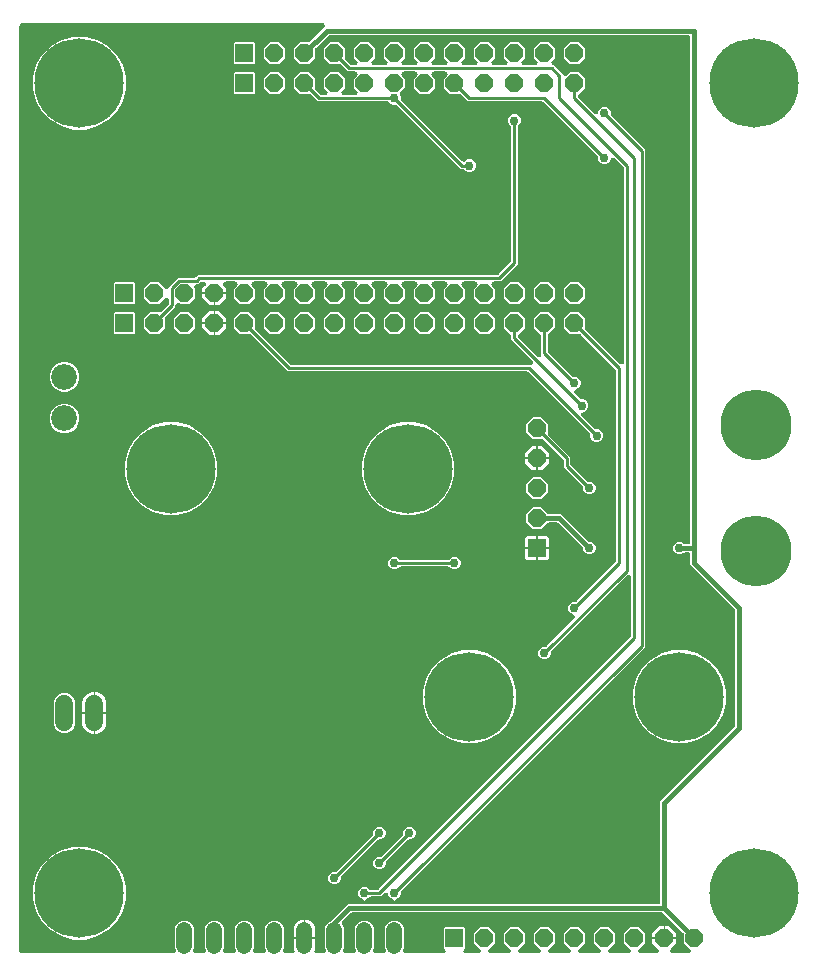
<source format=gbr>
G04 EAGLE Gerber RS-274X export*
G75*
%MOMM*%
%FSLAX34Y34*%
%LPD*%
%INBottom Copper*%
%IPPOS*%
%AMOC8*
5,1,8,0,0,1.08239X$1,22.5*%
G01*
G04 Define Apertures*
%ADD10R,1.524000X1.524000*%
%ADD11P,1.64956X8X22.5*%
%ADD12C,2.184400*%
%ADD13P,1.64956X8X112.5*%
%ADD14C,1.320800*%
%ADD15C,7.550000*%
%ADD16C,1.524000*%
%ADD17C,6.000000*%
%ADD18C,0.756400*%
%ADD19C,0.254000*%
%ADD20C,0.406400*%
G36*
X143879Y12861D02*
X144546Y13318D01*
X144982Y14000D01*
X145117Y14797D01*
X144964Y15510D01*
X144272Y17179D01*
X144272Y33621D01*
X145509Y36608D01*
X147796Y38895D01*
X150783Y40132D01*
X154017Y40132D01*
X157004Y38895D01*
X159291Y36608D01*
X160528Y33621D01*
X160528Y17179D01*
X159836Y15510D01*
X159682Y14716D01*
X159849Y13925D01*
X160312Y13261D01*
X160996Y12831D01*
X161714Y12700D01*
X168486Y12700D01*
X169279Y12861D01*
X169946Y13318D01*
X170382Y14000D01*
X170517Y14797D01*
X170364Y15510D01*
X169672Y17179D01*
X169672Y33621D01*
X170909Y36608D01*
X173196Y38895D01*
X176183Y40132D01*
X179417Y40132D01*
X182404Y38895D01*
X184691Y36608D01*
X185928Y33621D01*
X185928Y17179D01*
X185236Y15510D01*
X185082Y14716D01*
X185249Y13925D01*
X185712Y13261D01*
X186396Y12831D01*
X187114Y12700D01*
X193886Y12700D01*
X194679Y12861D01*
X195346Y13318D01*
X195782Y14000D01*
X195917Y14797D01*
X195764Y15510D01*
X195072Y17179D01*
X195072Y33621D01*
X196309Y36608D01*
X198596Y38895D01*
X201583Y40132D01*
X204817Y40132D01*
X207804Y38895D01*
X210091Y36608D01*
X211328Y33621D01*
X211328Y17179D01*
X210636Y15510D01*
X210482Y14716D01*
X210649Y13925D01*
X211112Y13261D01*
X211796Y12831D01*
X212514Y12700D01*
X219286Y12700D01*
X220079Y12861D01*
X220746Y13318D01*
X221182Y14000D01*
X221317Y14797D01*
X221164Y15510D01*
X220472Y17179D01*
X220472Y33621D01*
X221709Y36608D01*
X223996Y38895D01*
X226983Y40132D01*
X230217Y40132D01*
X233204Y38895D01*
X235491Y36608D01*
X236728Y33621D01*
X236728Y17179D01*
X236036Y15510D01*
X235882Y14716D01*
X236049Y13925D01*
X236512Y13261D01*
X237196Y12831D01*
X237914Y12700D01*
X243587Y12700D01*
X244379Y12861D01*
X245046Y13318D01*
X245482Y14000D01*
X245618Y14797D01*
X245464Y15510D01*
X244856Y16977D01*
X244856Y24638D01*
X263144Y24638D01*
X263144Y16977D01*
X262536Y15510D01*
X262382Y14716D01*
X262549Y13925D01*
X263011Y13261D01*
X263696Y12831D01*
X264413Y12700D01*
X270086Y12700D01*
X270879Y12861D01*
X271546Y13318D01*
X271982Y14000D01*
X272117Y14797D01*
X271964Y15510D01*
X271272Y17179D01*
X271272Y33621D01*
X272509Y36608D01*
X274796Y38895D01*
X275054Y39001D01*
X275713Y39442D01*
X290627Y54356D01*
X302795Y54356D01*
X303587Y54517D01*
X304254Y54974D01*
X304690Y55656D01*
X304793Y56257D01*
X304954Y55551D01*
X305427Y54895D01*
X306118Y54476D01*
X306805Y54356D01*
X328195Y54356D01*
X328987Y54517D01*
X329654Y54974D01*
X330090Y55656D01*
X330193Y56257D01*
X330354Y55551D01*
X330827Y54895D01*
X331518Y54476D01*
X332205Y54356D01*
X553212Y54356D01*
X554005Y54517D01*
X554672Y54974D01*
X555107Y55656D01*
X555244Y56388D01*
X555244Y141173D01*
X618149Y204078D01*
X618595Y204752D01*
X618744Y205515D01*
X618744Y302485D01*
X618583Y303278D01*
X618149Y303922D01*
X580644Y341427D01*
X580644Y350012D01*
X580483Y350805D01*
X580026Y351472D01*
X579345Y351907D01*
X578612Y352044D01*
X576290Y352044D01*
X575497Y351883D01*
X574853Y351449D01*
X574506Y351102D01*
X572555Y350294D01*
X570445Y350294D01*
X568494Y351102D01*
X567002Y352594D01*
X566194Y354545D01*
X566194Y356655D01*
X567002Y358606D01*
X568494Y360098D01*
X570445Y360906D01*
X572555Y360906D01*
X574506Y360098D01*
X574853Y359751D01*
X575527Y359305D01*
X576290Y359156D01*
X578612Y359156D01*
X579405Y359317D01*
X580072Y359774D01*
X580507Y360456D01*
X580644Y361188D01*
X580644Y788162D01*
X580483Y788955D01*
X580026Y789622D01*
X579345Y790057D01*
X578612Y790194D01*
X275365Y790194D01*
X274572Y790033D01*
X273928Y789599D01*
X263739Y779410D01*
X263293Y778736D01*
X263144Y777973D01*
X263144Y770912D01*
X257788Y765556D01*
X250212Y765556D01*
X244856Y770912D01*
X244856Y778488D01*
X250212Y783844D01*
X257273Y783844D01*
X258066Y784005D01*
X258710Y784439D01*
X270902Y796631D01*
X271349Y797305D01*
X271497Y798100D01*
X271324Y798890D01*
X270856Y799550D01*
X270168Y799975D01*
X269465Y800100D01*
X14732Y800100D01*
X13939Y799939D01*
X13272Y799482D01*
X12837Y798801D01*
X12700Y798068D01*
X12700Y14732D01*
X12861Y13939D01*
X13318Y13272D01*
X14000Y12837D01*
X14732Y12700D01*
X143086Y12700D01*
X143879Y12861D01*
G37*
%LPC*%
G36*
X58329Y710026D02*
X48341Y712702D01*
X39385Y717873D01*
X32073Y725185D01*
X26902Y734141D01*
X24226Y744129D01*
X24226Y754471D01*
X26902Y764459D01*
X32073Y773415D01*
X39385Y780727D01*
X48341Y785898D01*
X58329Y788574D01*
X68671Y788574D01*
X78659Y785898D01*
X87615Y780727D01*
X94927Y773415D01*
X100098Y764459D01*
X102774Y754471D01*
X102774Y744129D01*
X100098Y734141D01*
X94927Y725185D01*
X87615Y717873D01*
X78659Y712702D01*
X68671Y710026D01*
X58329Y710026D01*
G37*
G36*
X330040Y57240D02*
X329561Y57892D01*
X328972Y58265D01*
X327194Y59002D01*
X325702Y60494D01*
X324740Y62816D01*
X324288Y63486D01*
X323611Y63927D01*
X322814Y64069D01*
X322026Y63890D01*
X321426Y63475D01*
X318657Y60706D01*
X310352Y60706D01*
X309559Y60545D01*
X308915Y60111D01*
X307806Y59002D01*
X306028Y58265D01*
X305357Y57813D01*
X304916Y57136D01*
X304808Y56529D01*
X304640Y57240D01*
X304161Y57892D01*
X303572Y58265D01*
X301794Y59002D01*
X300302Y60494D01*
X299494Y62445D01*
X299494Y64555D01*
X300302Y66506D01*
X301794Y67998D01*
X303745Y68806D01*
X305855Y68806D01*
X307806Y67998D01*
X308915Y66889D01*
X309589Y66443D01*
X310352Y66294D01*
X315501Y66294D01*
X316294Y66455D01*
X316938Y66889D01*
X530011Y279962D01*
X530457Y280636D01*
X530606Y281399D01*
X530606Y331249D01*
X530445Y332042D01*
X529988Y332709D01*
X529307Y333144D01*
X528509Y333280D01*
X527722Y333094D01*
X527137Y332686D01*
X463101Y268650D01*
X462655Y267976D01*
X462506Y267213D01*
X462506Y265645D01*
X461698Y263694D01*
X460206Y262202D01*
X458255Y261394D01*
X456145Y261394D01*
X454194Y262202D01*
X452702Y263694D01*
X451894Y265645D01*
X451894Y267755D01*
X452702Y269706D01*
X454194Y271198D01*
X456145Y272006D01*
X457713Y272006D01*
X458506Y272167D01*
X459150Y272601D01*
X482575Y296026D01*
X483021Y296700D01*
X483170Y297495D01*
X482996Y298285D01*
X482528Y298945D01*
X481916Y299340D01*
X479594Y300302D01*
X478102Y301794D01*
X477294Y303745D01*
X477294Y305855D01*
X478102Y307806D01*
X479594Y309298D01*
X481545Y310106D01*
X483113Y310106D01*
X483906Y310267D01*
X484550Y310701D01*
X517311Y343462D01*
X517757Y344136D01*
X517906Y344899D01*
X517906Y506001D01*
X517745Y506794D01*
X517311Y507438D01*
X488388Y536361D01*
X487714Y536807D01*
X486951Y536956D01*
X478812Y536956D01*
X473456Y542312D01*
X473456Y549888D01*
X478812Y555244D01*
X486388Y555244D01*
X491744Y549888D01*
X491744Y541749D01*
X491905Y540956D01*
X492339Y540312D01*
X520787Y511864D01*
X521461Y511418D01*
X522256Y511269D01*
X523046Y511443D01*
X523706Y511911D01*
X524131Y512599D01*
X524256Y513301D01*
X524256Y677451D01*
X524095Y678244D01*
X523661Y678888D01*
X516774Y685775D01*
X516100Y686221D01*
X515305Y686370D01*
X514515Y686196D01*
X513855Y685728D01*
X513460Y685116D01*
X512498Y682794D01*
X511006Y681302D01*
X509055Y680494D01*
X506945Y680494D01*
X504994Y681302D01*
X503502Y682794D01*
X502694Y684745D01*
X502694Y686313D01*
X502533Y687106D01*
X502099Y687750D01*
X456638Y733211D01*
X455964Y733657D01*
X455201Y733806D01*
X392543Y733806D01*
X386788Y739561D01*
X386114Y740007D01*
X385351Y740156D01*
X377212Y740156D01*
X371856Y745512D01*
X371856Y753088D01*
X374506Y755737D01*
X374952Y756411D01*
X375101Y757206D01*
X374927Y757996D01*
X374459Y758656D01*
X373771Y759081D01*
X373069Y759206D01*
X363531Y759206D01*
X362739Y759045D01*
X362072Y758588D01*
X361636Y757907D01*
X361500Y757109D01*
X361686Y756322D01*
X362094Y755737D01*
X364744Y753088D01*
X364744Y745512D01*
X359388Y740156D01*
X351812Y740156D01*
X346456Y745512D01*
X346456Y753088D01*
X349106Y755737D01*
X349552Y756411D01*
X349701Y757206D01*
X349527Y757996D01*
X349059Y758656D01*
X348371Y759081D01*
X347669Y759206D01*
X338131Y759206D01*
X337339Y759045D01*
X336672Y758588D01*
X336236Y757907D01*
X336100Y757109D01*
X336286Y756322D01*
X336694Y755737D01*
X339344Y753088D01*
X339344Y745512D01*
X335223Y741391D01*
X334776Y740717D01*
X334628Y739922D01*
X334782Y739177D01*
X335506Y737429D01*
X335506Y736087D01*
X335667Y735294D01*
X336101Y734650D01*
X387312Y683439D01*
X387986Y682993D01*
X388781Y682845D01*
X389571Y683018D01*
X390186Y683439D01*
X390694Y683948D01*
X392645Y684756D01*
X394755Y684756D01*
X396706Y683948D01*
X398198Y682456D01*
X399006Y680505D01*
X399006Y678395D01*
X398198Y676444D01*
X396706Y674952D01*
X394755Y674144D01*
X392645Y674144D01*
X390694Y674952D01*
X389585Y676061D01*
X388911Y676507D01*
X388149Y676656D01*
X386193Y676656D01*
X332376Y730473D01*
X331702Y730919D01*
X330939Y731068D01*
X329145Y731068D01*
X327194Y731876D01*
X325859Y733211D01*
X325185Y733657D01*
X324423Y733806D01*
X265543Y733806D01*
X259788Y739561D01*
X259114Y740007D01*
X258351Y740156D01*
X250212Y740156D01*
X244856Y745512D01*
X244856Y753088D01*
X250212Y758444D01*
X257788Y758444D01*
X263144Y753088D01*
X263144Y744949D01*
X263305Y744156D01*
X263739Y743512D01*
X267262Y739989D01*
X267936Y739543D01*
X268699Y739394D01*
X271469Y739394D01*
X272261Y739555D01*
X272928Y740012D01*
X273364Y740694D01*
X273500Y741491D01*
X273314Y742278D01*
X272906Y742863D01*
X270256Y745512D01*
X270256Y753088D01*
X275612Y758444D01*
X283188Y758444D01*
X288544Y753088D01*
X288544Y745512D01*
X285894Y742863D01*
X285448Y742189D01*
X285300Y741394D01*
X285473Y740604D01*
X285941Y739944D01*
X286629Y739519D01*
X287331Y739394D01*
X296869Y739394D01*
X297661Y739555D01*
X298328Y740012D01*
X298764Y740694D01*
X298900Y741491D01*
X298714Y742278D01*
X298306Y742863D01*
X295656Y745512D01*
X295656Y753088D01*
X298306Y755737D01*
X298752Y756411D01*
X298901Y757206D01*
X298727Y757996D01*
X298259Y758656D01*
X297571Y759081D01*
X296869Y759206D01*
X290943Y759206D01*
X285188Y764961D01*
X284514Y765407D01*
X283751Y765556D01*
X275612Y765556D01*
X270256Y770912D01*
X270256Y778488D01*
X275612Y783844D01*
X283188Y783844D01*
X288544Y778488D01*
X288544Y770349D01*
X288705Y769556D01*
X289139Y768912D01*
X292662Y765389D01*
X293336Y764943D01*
X294099Y764794D01*
X296869Y764794D01*
X297661Y764955D01*
X298328Y765412D01*
X298764Y766094D01*
X298900Y766891D01*
X298714Y767678D01*
X298306Y768263D01*
X295656Y770912D01*
X295656Y778488D01*
X301012Y783844D01*
X308588Y783844D01*
X313944Y778488D01*
X313944Y770912D01*
X311294Y768263D01*
X310848Y767589D01*
X310700Y766794D01*
X310873Y766004D01*
X311341Y765344D01*
X312029Y764919D01*
X312731Y764794D01*
X322269Y764794D01*
X323061Y764955D01*
X323728Y765412D01*
X324164Y766094D01*
X324300Y766891D01*
X324114Y767678D01*
X323706Y768263D01*
X321056Y770912D01*
X321056Y778488D01*
X326412Y783844D01*
X333988Y783844D01*
X339344Y778488D01*
X339344Y770912D01*
X336694Y768263D01*
X336248Y767589D01*
X336100Y766794D01*
X336273Y766004D01*
X336741Y765344D01*
X337429Y764919D01*
X338131Y764794D01*
X347669Y764794D01*
X348461Y764955D01*
X349128Y765412D01*
X349564Y766094D01*
X349700Y766891D01*
X349514Y767678D01*
X349106Y768263D01*
X346456Y770912D01*
X346456Y778488D01*
X351812Y783844D01*
X359388Y783844D01*
X364744Y778488D01*
X364744Y770912D01*
X362094Y768263D01*
X361648Y767589D01*
X361500Y766794D01*
X361673Y766004D01*
X362141Y765344D01*
X362829Y764919D01*
X363531Y764794D01*
X373069Y764794D01*
X373861Y764955D01*
X374528Y765412D01*
X374964Y766094D01*
X375100Y766891D01*
X374914Y767678D01*
X374506Y768263D01*
X371856Y770912D01*
X371856Y778488D01*
X377212Y783844D01*
X384788Y783844D01*
X390144Y778488D01*
X390144Y770912D01*
X387494Y768263D01*
X387048Y767589D01*
X386900Y766794D01*
X387073Y766004D01*
X387541Y765344D01*
X388229Y764919D01*
X388931Y764794D01*
X398469Y764794D01*
X399261Y764955D01*
X399928Y765412D01*
X400364Y766094D01*
X400500Y766891D01*
X400314Y767678D01*
X399906Y768263D01*
X397256Y770912D01*
X397256Y778488D01*
X402612Y783844D01*
X410188Y783844D01*
X415544Y778488D01*
X415544Y770912D01*
X412894Y768263D01*
X412448Y767589D01*
X412300Y766794D01*
X412473Y766004D01*
X412941Y765344D01*
X413629Y764919D01*
X414331Y764794D01*
X423869Y764794D01*
X424661Y764955D01*
X425328Y765412D01*
X425764Y766094D01*
X425900Y766891D01*
X425714Y767678D01*
X425306Y768263D01*
X422656Y770912D01*
X422656Y778488D01*
X428012Y783844D01*
X435588Y783844D01*
X440944Y778488D01*
X440944Y770912D01*
X438294Y768263D01*
X437848Y767589D01*
X437700Y766794D01*
X437873Y766004D01*
X438341Y765344D01*
X439029Y764919D01*
X439731Y764794D01*
X449269Y764794D01*
X450061Y764955D01*
X450728Y765412D01*
X451164Y766094D01*
X451300Y766891D01*
X451114Y767678D01*
X450706Y768263D01*
X448056Y770912D01*
X448056Y778488D01*
X453412Y783844D01*
X460988Y783844D01*
X466344Y778488D01*
X466344Y770912D01*
X463694Y768263D01*
X463248Y767589D01*
X463100Y766794D01*
X463273Y766004D01*
X463741Y765344D01*
X464429Y764919D01*
X464615Y764886D01*
X472802Y756699D01*
X472855Y756439D01*
X473312Y755772D01*
X473994Y755336D01*
X474791Y755200D01*
X475578Y755386D01*
X476163Y755794D01*
X478812Y758444D01*
X486388Y758444D01*
X491744Y753088D01*
X491744Y745512D01*
X486128Y739897D01*
X485682Y739223D01*
X485533Y738427D01*
X485707Y737638D01*
X486128Y737023D01*
X499226Y723925D01*
X499900Y723479D01*
X500695Y723330D01*
X501485Y723504D01*
X502145Y723972D01*
X502540Y724584D01*
X503502Y726906D01*
X504994Y728398D01*
X506945Y729206D01*
X509055Y729206D01*
X511006Y728398D01*
X512498Y726906D01*
X513306Y724955D01*
X513306Y723387D01*
X513467Y722594D01*
X513901Y721950D01*
X542544Y693307D01*
X542544Y271893D01*
X336101Y65450D01*
X335655Y64776D01*
X335506Y64013D01*
X335506Y62445D01*
X334698Y60494D01*
X333206Y59002D01*
X331428Y58265D01*
X330757Y57813D01*
X330316Y57136D01*
X330208Y56529D01*
X330040Y57240D01*
G37*
G36*
X224812Y765556D02*
X219456Y770912D01*
X219456Y778488D01*
X224812Y783844D01*
X232388Y783844D01*
X237744Y778488D01*
X237744Y770912D01*
X232388Y765556D01*
X224812Y765556D01*
G37*
G36*
X194949Y765556D02*
X194056Y766449D01*
X194056Y782951D01*
X194949Y783844D01*
X211451Y783844D01*
X212344Y782951D01*
X212344Y766449D01*
X211451Y765556D01*
X194949Y765556D01*
G37*
G36*
X478812Y765556D02*
X473456Y770912D01*
X473456Y778488D01*
X478812Y783844D01*
X486388Y783844D01*
X491744Y778488D01*
X491744Y770912D01*
X486388Y765556D01*
X478812Y765556D01*
G37*
G36*
X224812Y740156D02*
X219456Y745512D01*
X219456Y753088D01*
X224812Y758444D01*
X232388Y758444D01*
X237744Y753088D01*
X237744Y745512D01*
X232388Y740156D01*
X224812Y740156D01*
G37*
G36*
X194949Y740156D02*
X194056Y741049D01*
X194056Y757551D01*
X194949Y758444D01*
X211451Y758444D01*
X212344Y757551D01*
X212344Y741049D01*
X211451Y740156D01*
X194949Y740156D01*
G37*
G36*
X123212Y536956D02*
X117856Y542312D01*
X117856Y549888D01*
X123212Y555244D01*
X131351Y555244D01*
X132144Y555405D01*
X132788Y555839D01*
X138597Y561648D01*
X139043Y562322D01*
X139192Y563085D01*
X139192Y565855D01*
X139031Y566647D01*
X138574Y567314D01*
X137893Y567750D01*
X137095Y567886D01*
X136308Y567700D01*
X135723Y567292D01*
X130788Y562356D01*
X123212Y562356D01*
X117856Y567712D01*
X117856Y575288D01*
X123212Y580644D01*
X130788Y580644D01*
X135723Y575708D01*
X136397Y575262D01*
X137192Y575114D01*
X137982Y575287D01*
X138642Y575755D01*
X139067Y576443D01*
X139154Y576933D01*
X146929Y584708D01*
X160815Y584708D01*
X161608Y584869D01*
X162252Y585303D01*
X163943Y586994D01*
X417101Y586994D01*
X417894Y587155D01*
X418538Y587589D01*
X428411Y597462D01*
X428857Y598136D01*
X429006Y598899D01*
X429006Y711999D01*
X428845Y712791D01*
X428411Y713435D01*
X427302Y714544D01*
X426494Y716495D01*
X426494Y718605D01*
X427302Y720556D01*
X428794Y722048D01*
X430745Y722856D01*
X432855Y722856D01*
X434806Y722048D01*
X436298Y720556D01*
X437106Y718605D01*
X437106Y716495D01*
X436298Y714544D01*
X435189Y713435D01*
X434743Y712761D01*
X434594Y711999D01*
X434594Y595743D01*
X420257Y581406D01*
X414331Y581406D01*
X413539Y581245D01*
X412872Y580788D01*
X412436Y580107D01*
X412300Y579309D01*
X412486Y578522D01*
X412894Y577937D01*
X415544Y575288D01*
X415544Y567712D01*
X410188Y562356D01*
X402612Y562356D01*
X397256Y567712D01*
X397256Y575288D01*
X399906Y577937D01*
X400352Y578611D01*
X400501Y579406D01*
X400327Y580196D01*
X399859Y580856D01*
X399171Y581281D01*
X398469Y581406D01*
X388931Y581406D01*
X388139Y581245D01*
X387472Y580788D01*
X387036Y580107D01*
X386900Y579309D01*
X387086Y578522D01*
X387494Y577937D01*
X390144Y575288D01*
X390144Y567712D01*
X384788Y562356D01*
X377212Y562356D01*
X371856Y567712D01*
X371856Y575288D01*
X374506Y577937D01*
X374952Y578611D01*
X375101Y579406D01*
X374927Y580196D01*
X374459Y580856D01*
X373771Y581281D01*
X373069Y581406D01*
X363531Y581406D01*
X362739Y581245D01*
X362072Y580788D01*
X361636Y580107D01*
X361500Y579309D01*
X361686Y578522D01*
X362094Y577937D01*
X364744Y575288D01*
X364744Y567712D01*
X359388Y562356D01*
X351812Y562356D01*
X346456Y567712D01*
X346456Y575288D01*
X349106Y577937D01*
X349552Y578611D01*
X349701Y579406D01*
X349527Y580196D01*
X349059Y580856D01*
X348371Y581281D01*
X347669Y581406D01*
X338131Y581406D01*
X337339Y581245D01*
X336672Y580788D01*
X336236Y580107D01*
X336100Y579309D01*
X336286Y578522D01*
X336694Y577937D01*
X339344Y575288D01*
X339344Y567712D01*
X333988Y562356D01*
X326412Y562356D01*
X321056Y567712D01*
X321056Y575288D01*
X323706Y577937D01*
X324152Y578611D01*
X324301Y579406D01*
X324127Y580196D01*
X323659Y580856D01*
X322971Y581281D01*
X322269Y581406D01*
X312731Y581406D01*
X311939Y581245D01*
X311272Y580788D01*
X310836Y580107D01*
X310700Y579309D01*
X310886Y578522D01*
X311294Y577937D01*
X313944Y575288D01*
X313944Y567712D01*
X308588Y562356D01*
X301012Y562356D01*
X295656Y567712D01*
X295656Y575288D01*
X298306Y577937D01*
X298752Y578611D01*
X298901Y579406D01*
X298727Y580196D01*
X298259Y580856D01*
X297571Y581281D01*
X296869Y581406D01*
X287331Y581406D01*
X286539Y581245D01*
X285872Y580788D01*
X285436Y580107D01*
X285300Y579309D01*
X285486Y578522D01*
X285894Y577937D01*
X288544Y575288D01*
X288544Y567712D01*
X283188Y562356D01*
X275612Y562356D01*
X270256Y567712D01*
X270256Y575288D01*
X272906Y577937D01*
X273352Y578611D01*
X273501Y579406D01*
X273327Y580196D01*
X272859Y580856D01*
X272171Y581281D01*
X271469Y581406D01*
X261931Y581406D01*
X261139Y581245D01*
X260472Y580788D01*
X260036Y580107D01*
X259900Y579309D01*
X260086Y578522D01*
X260494Y577937D01*
X263144Y575288D01*
X263144Y567712D01*
X257788Y562356D01*
X250212Y562356D01*
X244856Y567712D01*
X244856Y575288D01*
X247506Y577937D01*
X247952Y578611D01*
X248101Y579406D01*
X247927Y580196D01*
X247459Y580856D01*
X246771Y581281D01*
X246069Y581406D01*
X236531Y581406D01*
X235739Y581245D01*
X235072Y580788D01*
X234636Y580107D01*
X234500Y579309D01*
X234686Y578522D01*
X235094Y577937D01*
X237744Y575288D01*
X237744Y567712D01*
X232388Y562356D01*
X224812Y562356D01*
X219456Y567712D01*
X219456Y575288D01*
X222106Y577937D01*
X222552Y578611D01*
X222701Y579406D01*
X222527Y580196D01*
X222059Y580856D01*
X221371Y581281D01*
X220669Y581406D01*
X211131Y581406D01*
X210339Y581245D01*
X209672Y580788D01*
X209236Y580107D01*
X209100Y579309D01*
X209286Y578522D01*
X209694Y577937D01*
X212344Y575288D01*
X212344Y567712D01*
X206988Y562356D01*
X199412Y562356D01*
X194056Y567712D01*
X194056Y575288D01*
X196706Y577937D01*
X197152Y578611D01*
X197301Y579406D01*
X197127Y580196D01*
X196659Y580856D01*
X195971Y581281D01*
X195269Y581406D01*
X187168Y581406D01*
X186376Y581245D01*
X185709Y580788D01*
X185273Y580107D01*
X185137Y579309D01*
X185323Y578522D01*
X185731Y577937D01*
X187960Y575708D01*
X187960Y572262D01*
X167640Y572262D01*
X167640Y575708D01*
X169869Y577937D01*
X170315Y578611D01*
X170464Y579406D01*
X170290Y580196D01*
X169822Y580856D01*
X169134Y581281D01*
X168432Y581406D01*
X167099Y581406D01*
X166306Y581245D01*
X165662Y580811D01*
X163971Y579120D01*
X162617Y579120D01*
X161825Y578959D01*
X161158Y578502D01*
X160722Y577821D01*
X160586Y577023D01*
X160772Y576236D01*
X161180Y575651D01*
X161544Y575288D01*
X161544Y567712D01*
X156188Y562356D01*
X148612Y562356D01*
X148249Y562720D01*
X147575Y563166D01*
X146780Y563315D01*
X145990Y563141D01*
X145330Y562673D01*
X144905Y561985D01*
X144780Y561283D01*
X144780Y559929D01*
X136739Y551888D01*
X136293Y551214D01*
X136144Y550451D01*
X136144Y542312D01*
X130788Y536956D01*
X123212Y536956D01*
G37*
G36*
X93349Y562356D02*
X92456Y563249D01*
X92456Y579751D01*
X93349Y580644D01*
X109851Y580644D01*
X110744Y579751D01*
X110744Y563249D01*
X109851Y562356D01*
X93349Y562356D01*
G37*
G36*
X428012Y562356D02*
X422656Y567712D01*
X422656Y575288D01*
X428012Y580644D01*
X435588Y580644D01*
X440944Y575288D01*
X440944Y567712D01*
X435588Y562356D01*
X428012Y562356D01*
G37*
G36*
X453412Y562356D02*
X448056Y567712D01*
X448056Y575288D01*
X453412Y580644D01*
X460988Y580644D01*
X466344Y575288D01*
X466344Y567712D01*
X460988Y562356D01*
X453412Y562356D01*
G37*
G36*
X478812Y562356D02*
X473456Y567712D01*
X473456Y575288D01*
X478812Y580644D01*
X486388Y580644D01*
X491744Y575288D01*
X491744Y567712D01*
X486388Y562356D01*
X478812Y562356D01*
G37*
G36*
X173592Y561340D02*
X167640Y567292D01*
X167640Y570738D01*
X177038Y570738D01*
X177038Y561340D01*
X173592Y561340D01*
G37*
G36*
X178562Y561340D02*
X178562Y570738D01*
X187960Y570738D01*
X187960Y567292D01*
X182008Y561340D01*
X178562Y561340D01*
G37*
G36*
X178562Y546862D02*
X178562Y556260D01*
X182008Y556260D01*
X187960Y550308D01*
X187960Y546862D01*
X178562Y546862D01*
G37*
G36*
X167640Y546862D02*
X167640Y550308D01*
X173592Y556260D01*
X177038Y556260D01*
X177038Y546862D01*
X167640Y546862D01*
G37*
G36*
X93349Y536956D02*
X92456Y537849D01*
X92456Y554351D01*
X93349Y555244D01*
X109851Y555244D01*
X110744Y554351D01*
X110744Y537849D01*
X109851Y536956D01*
X93349Y536956D01*
G37*
G36*
X500369Y445544D02*
X498418Y446352D01*
X496926Y447844D01*
X496118Y449795D01*
X496118Y451363D01*
X495957Y452156D01*
X495523Y452800D01*
X443712Y504611D01*
X443038Y505057D01*
X442275Y505206D01*
X240143Y505206D01*
X208988Y536361D01*
X208314Y536807D01*
X207551Y536956D01*
X199412Y536956D01*
X194056Y542312D01*
X194056Y549888D01*
X199412Y555244D01*
X206988Y555244D01*
X212344Y549888D01*
X212344Y541749D01*
X212505Y540956D01*
X212939Y540312D01*
X241862Y511389D01*
X242536Y510943D01*
X243299Y510794D01*
X445549Y510794D01*
X446342Y510955D01*
X447009Y511412D01*
X447444Y512094D01*
X447580Y512891D01*
X447394Y513678D01*
X446986Y514263D01*
X429006Y532243D01*
X429006Y535121D01*
X428845Y535913D01*
X428411Y536558D01*
X422656Y542312D01*
X422656Y549888D01*
X428012Y555244D01*
X435588Y555244D01*
X440944Y549888D01*
X440944Y542312D01*
X435328Y536697D01*
X434882Y536023D01*
X434733Y535227D01*
X434907Y534438D01*
X435328Y533823D01*
X450937Y518214D01*
X451611Y517768D01*
X452406Y517619D01*
X453196Y517793D01*
X453856Y518261D01*
X454281Y518949D01*
X454406Y519651D01*
X454406Y535121D01*
X454245Y535913D01*
X453811Y536558D01*
X448056Y542312D01*
X448056Y549888D01*
X453412Y555244D01*
X460988Y555244D01*
X466344Y549888D01*
X466344Y542312D01*
X460589Y536558D01*
X460143Y535883D01*
X459994Y535121D01*
X459994Y522699D01*
X460155Y521906D01*
X460589Y521262D01*
X480650Y501201D01*
X481324Y500755D01*
X482087Y500606D01*
X483655Y500606D01*
X485606Y499798D01*
X487098Y498306D01*
X487906Y496355D01*
X487906Y494245D01*
X487098Y492294D01*
X485606Y490802D01*
X483284Y489840D01*
X482614Y489388D01*
X482173Y488711D01*
X482031Y487914D01*
X482210Y487126D01*
X482625Y486526D01*
X487000Y482151D01*
X487674Y481705D01*
X488437Y481556D01*
X490005Y481556D01*
X491956Y480748D01*
X493448Y479256D01*
X494256Y477305D01*
X494256Y475195D01*
X493448Y473244D01*
X491956Y471752D01*
X489831Y470872D01*
X489394Y470783D01*
X488727Y470326D01*
X488292Y469645D01*
X488156Y468847D01*
X488342Y468060D01*
X488750Y467475D01*
X499474Y456751D01*
X500148Y456305D01*
X500911Y456156D01*
X502479Y456156D01*
X504430Y455348D01*
X505922Y453856D01*
X506730Y451905D01*
X506730Y449795D01*
X505922Y447844D01*
X504430Y446352D01*
X502479Y445544D01*
X500369Y445544D01*
G37*
G36*
X402612Y536956D02*
X397256Y542312D01*
X397256Y549888D01*
X402612Y555244D01*
X410188Y555244D01*
X415544Y549888D01*
X415544Y542312D01*
X410188Y536956D01*
X402612Y536956D01*
G37*
G36*
X377212Y536956D02*
X371856Y542312D01*
X371856Y549888D01*
X377212Y555244D01*
X384788Y555244D01*
X390144Y549888D01*
X390144Y542312D01*
X384788Y536956D01*
X377212Y536956D01*
G37*
G36*
X351812Y536956D02*
X346456Y542312D01*
X346456Y549888D01*
X351812Y555244D01*
X359388Y555244D01*
X364744Y549888D01*
X364744Y542312D01*
X359388Y536956D01*
X351812Y536956D01*
G37*
G36*
X326412Y536956D02*
X321056Y542312D01*
X321056Y549888D01*
X326412Y555244D01*
X333988Y555244D01*
X339344Y549888D01*
X339344Y542312D01*
X333988Y536956D01*
X326412Y536956D01*
G37*
G36*
X301012Y536956D02*
X295656Y542312D01*
X295656Y549888D01*
X301012Y555244D01*
X308588Y555244D01*
X313944Y549888D01*
X313944Y542312D01*
X308588Y536956D01*
X301012Y536956D01*
G37*
G36*
X275612Y536956D02*
X270256Y542312D01*
X270256Y549888D01*
X275612Y555244D01*
X283188Y555244D01*
X288544Y549888D01*
X288544Y542312D01*
X283188Y536956D01*
X275612Y536956D01*
G37*
G36*
X250212Y536956D02*
X244856Y542312D01*
X244856Y549888D01*
X250212Y555244D01*
X257788Y555244D01*
X263144Y549888D01*
X263144Y542312D01*
X257788Y536956D01*
X250212Y536956D01*
G37*
G36*
X224812Y536956D02*
X219456Y542312D01*
X219456Y549888D01*
X224812Y555244D01*
X232388Y555244D01*
X237744Y549888D01*
X237744Y542312D01*
X232388Y536956D01*
X224812Y536956D01*
G37*
G36*
X148612Y536956D02*
X143256Y542312D01*
X143256Y549888D01*
X148612Y555244D01*
X156188Y555244D01*
X161544Y549888D01*
X161544Y542312D01*
X156188Y536956D01*
X148612Y536956D01*
G37*
G36*
X178562Y535940D02*
X178562Y545338D01*
X187960Y545338D01*
X187960Y541892D01*
X182008Y535940D01*
X178562Y535940D01*
G37*
G36*
X173592Y535940D02*
X167640Y541892D01*
X167640Y545338D01*
X177038Y545338D01*
X177038Y535940D01*
X173592Y535940D01*
G37*
G36*
X48306Y488154D02*
X43732Y490049D01*
X40231Y493550D01*
X38336Y498124D01*
X38336Y503076D01*
X40231Y507650D01*
X43732Y511151D01*
X48306Y513046D01*
X53258Y513046D01*
X57832Y511151D01*
X61333Y507650D01*
X63228Y503076D01*
X63228Y498124D01*
X61333Y493550D01*
X57832Y490049D01*
X53258Y488154D01*
X48306Y488154D01*
G37*
G36*
X48306Y453154D02*
X43732Y455049D01*
X40231Y458550D01*
X38336Y463124D01*
X38336Y468076D01*
X40231Y472650D01*
X43732Y476151D01*
X48306Y478046D01*
X53258Y478046D01*
X57832Y476151D01*
X61333Y472650D01*
X63228Y468076D01*
X63228Y463124D01*
X61333Y458550D01*
X57832Y455049D01*
X53258Y453154D01*
X48306Y453154D01*
G37*
G36*
X494245Y401094D02*
X492294Y401902D01*
X490802Y403394D01*
X489994Y405345D01*
X489994Y406913D01*
X489833Y407706D01*
X489399Y408350D01*
X473456Y424293D01*
X473456Y429801D01*
X473295Y430594D01*
X472861Y431238D01*
X456638Y447461D01*
X455964Y447907D01*
X455201Y448056D01*
X447062Y448056D01*
X441706Y453412D01*
X441706Y460988D01*
X447062Y466344D01*
X454638Y466344D01*
X459994Y460988D01*
X459994Y452849D01*
X460155Y452056D01*
X460589Y451412D01*
X479044Y432957D01*
X479044Y427449D01*
X479205Y426656D01*
X479639Y426012D01*
X493350Y412301D01*
X494024Y411855D01*
X494787Y411706D01*
X496355Y411706D01*
X498306Y410898D01*
X499798Y409406D01*
X500606Y407455D01*
X500606Y405345D01*
X499798Y403394D01*
X498306Y401902D01*
X496355Y401094D01*
X494245Y401094D01*
G37*
G36*
X336459Y383636D02*
X326471Y386312D01*
X317515Y391483D01*
X310203Y398795D01*
X305032Y407751D01*
X302356Y417739D01*
X302356Y428081D01*
X305032Y438069D01*
X310203Y447025D01*
X317515Y454337D01*
X326471Y459508D01*
X336459Y462184D01*
X346801Y462184D01*
X356789Y459508D01*
X365745Y454337D01*
X373057Y447025D01*
X378228Y438069D01*
X380904Y428081D01*
X380904Y417739D01*
X378228Y407751D01*
X373057Y398795D01*
X365745Y391483D01*
X356789Y386312D01*
X346801Y383636D01*
X336459Y383636D01*
G37*
G36*
X135799Y383636D02*
X125811Y386312D01*
X116855Y391483D01*
X109543Y398795D01*
X104372Y407751D01*
X101696Y417739D01*
X101696Y428081D01*
X104372Y438069D01*
X109543Y447025D01*
X116855Y454337D01*
X125811Y459508D01*
X135799Y462184D01*
X146141Y462184D01*
X156129Y459508D01*
X165085Y454337D01*
X172397Y447025D01*
X177568Y438069D01*
X180244Y428081D01*
X180244Y417739D01*
X177568Y407751D01*
X172397Y398795D01*
X165085Y391483D01*
X156129Y386312D01*
X146141Y383636D01*
X135799Y383636D01*
G37*
G36*
X451612Y432562D02*
X451612Y441960D01*
X455058Y441960D01*
X461010Y436008D01*
X461010Y432562D01*
X451612Y432562D01*
G37*
G36*
X440690Y432562D02*
X440690Y436008D01*
X446642Y441960D01*
X450088Y441960D01*
X450088Y432562D01*
X440690Y432562D01*
G37*
G36*
X446642Y421640D02*
X440690Y427592D01*
X440690Y431038D01*
X450088Y431038D01*
X450088Y421640D01*
X446642Y421640D01*
G37*
G36*
X451612Y421640D02*
X451612Y431038D01*
X461010Y431038D01*
X461010Y427592D01*
X455058Y421640D01*
X451612Y421640D01*
G37*
G36*
X447062Y397256D02*
X441706Y402612D01*
X441706Y410188D01*
X447062Y415544D01*
X454638Y415544D01*
X459994Y410188D01*
X459994Y402612D01*
X454638Y397256D01*
X447062Y397256D01*
G37*
G36*
X494245Y350294D02*
X492294Y351102D01*
X490802Y352594D01*
X489994Y354545D01*
X489994Y355035D01*
X489833Y355828D01*
X489399Y356472D01*
X469022Y376849D01*
X468348Y377295D01*
X467585Y377444D01*
X461067Y377444D01*
X460275Y377283D01*
X459630Y376849D01*
X454638Y371856D01*
X447062Y371856D01*
X441706Y377212D01*
X441706Y384788D01*
X447062Y390144D01*
X454638Y390144D01*
X459630Y385151D01*
X460305Y384705D01*
X461067Y384556D01*
X471373Y384556D01*
X494428Y361501D01*
X495102Y361055D01*
X495865Y360906D01*
X496355Y360906D01*
X498306Y360098D01*
X499798Y358606D01*
X500606Y356655D01*
X500606Y354545D01*
X499798Y352594D01*
X498306Y351102D01*
X496355Y350294D01*
X494245Y350294D01*
G37*
G36*
X451612Y356362D02*
X451612Y365760D01*
X459522Y365760D01*
X461010Y364272D01*
X461010Y356362D01*
X451612Y356362D01*
G37*
G36*
X440690Y356362D02*
X440690Y364272D01*
X442178Y365760D01*
X450088Y365760D01*
X450088Y356362D01*
X440690Y356362D01*
G37*
G36*
X451612Y345440D02*
X451612Y354838D01*
X461010Y354838D01*
X461010Y346928D01*
X459522Y345440D01*
X451612Y345440D01*
G37*
G36*
X442178Y345440D02*
X440690Y346928D01*
X440690Y354838D01*
X450088Y354838D01*
X450088Y345440D01*
X442178Y345440D01*
G37*
G36*
X329145Y337594D02*
X327194Y338402D01*
X325702Y339894D01*
X324894Y341845D01*
X324894Y343955D01*
X325702Y345906D01*
X327194Y347398D01*
X329145Y348206D01*
X331255Y348206D01*
X333206Y347398D01*
X334315Y346289D01*
X334989Y345843D01*
X335752Y345694D01*
X375449Y345694D01*
X376241Y345855D01*
X376885Y346289D01*
X377994Y347398D01*
X379945Y348206D01*
X382055Y348206D01*
X384006Y347398D01*
X385498Y345906D01*
X386306Y343955D01*
X386306Y341845D01*
X385498Y339894D01*
X384006Y338402D01*
X382055Y337594D01*
X379945Y337594D01*
X377994Y338402D01*
X376885Y339511D01*
X376211Y339957D01*
X375449Y340106D01*
X335752Y340106D01*
X334959Y339945D01*
X334315Y339511D01*
X333206Y338402D01*
X331255Y337594D01*
X329145Y337594D01*
G37*
G36*
X566329Y190596D02*
X556341Y193272D01*
X547385Y198443D01*
X540073Y205755D01*
X534902Y214711D01*
X532226Y224699D01*
X532226Y235041D01*
X534902Y245029D01*
X540073Y253985D01*
X547385Y261297D01*
X556341Y266468D01*
X566329Y269144D01*
X576671Y269144D01*
X586659Y266468D01*
X595615Y261297D01*
X602927Y253985D01*
X608098Y245029D01*
X610774Y235041D01*
X610774Y224699D01*
X608098Y214711D01*
X602927Y205755D01*
X595615Y198443D01*
X586659Y193272D01*
X576671Y190596D01*
X566329Y190596D01*
G37*
G36*
X388529Y190596D02*
X378541Y193272D01*
X369585Y198443D01*
X362273Y205755D01*
X357102Y214711D01*
X354426Y224699D01*
X354426Y235041D01*
X357102Y245029D01*
X362273Y253985D01*
X369585Y261297D01*
X378541Y266468D01*
X388529Y269144D01*
X398871Y269144D01*
X408859Y266468D01*
X417815Y261297D01*
X425127Y253985D01*
X430298Y245029D01*
X432974Y235041D01*
X432974Y224699D01*
X430298Y214711D01*
X425127Y205755D01*
X417815Y198443D01*
X408859Y193272D01*
X398871Y190596D01*
X388529Y190596D01*
G37*
G36*
X66040Y216662D02*
X66040Y225541D01*
X67587Y229275D01*
X70445Y232133D01*
X74179Y233680D01*
X75438Y233680D01*
X75438Y216662D01*
X66040Y216662D01*
G37*
G36*
X76962Y216662D02*
X76962Y233680D01*
X78221Y233680D01*
X81955Y232133D01*
X84813Y229275D01*
X86360Y225541D01*
X86360Y216662D01*
X76962Y216662D01*
G37*
G36*
X48981Y199136D02*
X45620Y200528D01*
X43048Y203100D01*
X41656Y206461D01*
X41656Y225339D01*
X43048Y228700D01*
X45620Y231272D01*
X48981Y232664D01*
X52619Y232664D01*
X55980Y231272D01*
X58552Y228700D01*
X59944Y225339D01*
X59944Y206461D01*
X58552Y203100D01*
X55980Y200528D01*
X52619Y199136D01*
X48981Y199136D01*
G37*
G36*
X76962Y198120D02*
X76962Y215138D01*
X86360Y215138D01*
X86360Y206259D01*
X84813Y202525D01*
X81955Y199667D01*
X78221Y198120D01*
X76962Y198120D01*
G37*
G36*
X74179Y198120D02*
X70445Y199667D01*
X67587Y202525D01*
X66040Y206259D01*
X66040Y215138D01*
X75438Y215138D01*
X75438Y198120D01*
X74179Y198120D01*
G37*
G36*
X316445Y83594D02*
X314494Y84402D01*
X313002Y85894D01*
X312194Y87845D01*
X312194Y89955D01*
X313002Y91906D01*
X314494Y93398D01*
X316445Y94206D01*
X318013Y94206D01*
X318806Y94367D01*
X319450Y94801D01*
X336999Y112350D01*
X337445Y113024D01*
X337594Y113787D01*
X337594Y115355D01*
X338402Y117306D01*
X339894Y118798D01*
X341845Y119606D01*
X343955Y119606D01*
X345906Y118798D01*
X347398Y117306D01*
X348206Y115355D01*
X348206Y113245D01*
X347398Y111294D01*
X345906Y109802D01*
X343955Y108994D01*
X342387Y108994D01*
X341594Y108833D01*
X340950Y108399D01*
X323401Y90850D01*
X322955Y90176D01*
X322806Y89413D01*
X322806Y87845D01*
X321998Y85894D01*
X320506Y84402D01*
X318555Y83594D01*
X316445Y83594D01*
G37*
G36*
X278345Y70894D02*
X276394Y71702D01*
X274902Y73194D01*
X274094Y75145D01*
X274094Y77255D01*
X274902Y79206D01*
X276394Y80698D01*
X278345Y81506D01*
X279913Y81506D01*
X280706Y81667D01*
X281350Y82101D01*
X311599Y112350D01*
X312045Y113024D01*
X312194Y113787D01*
X312194Y115355D01*
X313002Y117306D01*
X314494Y118798D01*
X316445Y119606D01*
X318555Y119606D01*
X320506Y118798D01*
X321998Y117306D01*
X322806Y115355D01*
X322806Y113245D01*
X321998Y111294D01*
X320506Y109802D01*
X318555Y108994D01*
X316987Y108994D01*
X316194Y108833D01*
X315550Y108399D01*
X285301Y78150D01*
X284855Y77476D01*
X284706Y76713D01*
X284706Y75145D01*
X283898Y73194D01*
X282406Y71702D01*
X280455Y70894D01*
X278345Y70894D01*
G37*
G36*
X58329Y24226D02*
X48341Y26902D01*
X39385Y32073D01*
X32073Y39385D01*
X26902Y48341D01*
X24226Y58329D01*
X24226Y68671D01*
X26902Y78659D01*
X32073Y87615D01*
X39385Y94927D01*
X48341Y100098D01*
X58329Y102774D01*
X68671Y102774D01*
X78659Y100098D01*
X87615Y94927D01*
X94927Y87615D01*
X100098Y78659D01*
X102774Y68671D01*
X102774Y58329D01*
X100098Y48341D01*
X94927Y39385D01*
X87615Y32073D01*
X78659Y26902D01*
X68671Y24226D01*
X58329Y24226D01*
G37*
G36*
X244856Y26162D02*
X244856Y33823D01*
X246248Y37184D01*
X248820Y39756D01*
X252181Y41148D01*
X253238Y41148D01*
X253238Y26162D01*
X244856Y26162D01*
G37*
G36*
X254762Y26162D02*
X254762Y41148D01*
X255819Y41148D01*
X259180Y39756D01*
X261752Y37184D01*
X263144Y33823D01*
X263144Y26162D01*
X254762Y26162D01*
G37*
%LPD*%
G36*
X296279Y12861D02*
X296946Y13318D01*
X297382Y14000D01*
X297517Y14797D01*
X297364Y15510D01*
X296672Y17179D01*
X296672Y33621D01*
X297909Y36608D01*
X300196Y38895D01*
X303183Y40132D01*
X306417Y40132D01*
X309404Y38895D01*
X311691Y36608D01*
X312928Y33621D01*
X312928Y17179D01*
X312236Y15510D01*
X312082Y14716D01*
X312249Y13925D01*
X312712Y13261D01*
X313396Y12831D01*
X314114Y12700D01*
X320886Y12700D01*
X321679Y12861D01*
X322346Y13318D01*
X322782Y14000D01*
X322917Y14797D01*
X322764Y15510D01*
X322072Y17179D01*
X322072Y33621D01*
X323309Y36608D01*
X325596Y38895D01*
X328583Y40132D01*
X331817Y40132D01*
X334804Y38895D01*
X337091Y36608D01*
X338328Y33621D01*
X338328Y17179D01*
X337636Y15510D01*
X337482Y14716D01*
X337649Y13925D01*
X338112Y13261D01*
X338796Y12831D01*
X339514Y12700D01*
X371399Y12700D01*
X372192Y12861D01*
X372859Y13318D01*
X373294Y14000D01*
X373430Y14797D01*
X373244Y15584D01*
X372836Y16169D01*
X371856Y17149D01*
X371856Y33651D01*
X372749Y34544D01*
X389251Y34544D01*
X390144Y33651D01*
X390144Y17149D01*
X389164Y16169D01*
X388717Y15495D01*
X388569Y14700D01*
X388743Y13910D01*
X389211Y13250D01*
X389899Y12825D01*
X390601Y12700D01*
X401263Y12700D01*
X402055Y12861D01*
X402722Y13318D01*
X403158Y14000D01*
X403294Y14797D01*
X403108Y15584D01*
X402700Y16169D01*
X397256Y21612D01*
X397256Y29188D01*
X402612Y34544D01*
X410188Y34544D01*
X415544Y29188D01*
X415544Y21612D01*
X410100Y16169D01*
X409654Y15495D01*
X409506Y14700D01*
X409679Y13910D01*
X410147Y13250D01*
X410835Y12825D01*
X411537Y12700D01*
X426663Y12700D01*
X427455Y12861D01*
X428122Y13318D01*
X428558Y14000D01*
X428694Y14797D01*
X428508Y15584D01*
X428100Y16169D01*
X422656Y21612D01*
X422656Y29188D01*
X428012Y34544D01*
X435588Y34544D01*
X440944Y29188D01*
X440944Y21612D01*
X435500Y16169D01*
X435054Y15495D01*
X434906Y14700D01*
X435079Y13910D01*
X435547Y13250D01*
X436235Y12825D01*
X436937Y12700D01*
X452063Y12700D01*
X452855Y12861D01*
X453522Y13318D01*
X453958Y14000D01*
X454094Y14797D01*
X453908Y15584D01*
X453500Y16169D01*
X448056Y21612D01*
X448056Y29188D01*
X453412Y34544D01*
X460988Y34544D01*
X466344Y29188D01*
X466344Y21612D01*
X460900Y16169D01*
X460454Y15495D01*
X460306Y14700D01*
X460479Y13910D01*
X460947Y13250D01*
X461635Y12825D01*
X462337Y12700D01*
X477463Y12700D01*
X478255Y12861D01*
X478922Y13318D01*
X479358Y14000D01*
X479494Y14797D01*
X479308Y15584D01*
X478900Y16169D01*
X473456Y21612D01*
X473456Y29188D01*
X478812Y34544D01*
X486388Y34544D01*
X491744Y29188D01*
X491744Y21612D01*
X486300Y16169D01*
X485854Y15495D01*
X485706Y14700D01*
X485879Y13910D01*
X486347Y13250D01*
X487035Y12825D01*
X487737Y12700D01*
X502863Y12700D01*
X503655Y12861D01*
X504322Y13318D01*
X504758Y14000D01*
X504894Y14797D01*
X504708Y15584D01*
X504300Y16169D01*
X498856Y21612D01*
X498856Y29188D01*
X504212Y34544D01*
X511788Y34544D01*
X517144Y29188D01*
X517144Y21612D01*
X511700Y16169D01*
X511254Y15495D01*
X511106Y14700D01*
X511279Y13910D01*
X511747Y13250D01*
X512435Y12825D01*
X513137Y12700D01*
X528263Y12700D01*
X529055Y12861D01*
X529722Y13318D01*
X530158Y14000D01*
X530294Y14797D01*
X530108Y15584D01*
X529700Y16169D01*
X524256Y21612D01*
X524256Y29188D01*
X529612Y34544D01*
X537188Y34544D01*
X542544Y29188D01*
X542544Y21612D01*
X537100Y16169D01*
X536654Y15495D01*
X536506Y14700D01*
X536679Y13910D01*
X537147Y13250D01*
X537835Y12825D01*
X538537Y12700D01*
X552226Y12700D01*
X553019Y12861D01*
X553686Y13318D01*
X554121Y14000D01*
X554257Y14797D01*
X554071Y15584D01*
X553663Y16169D01*
X548640Y21192D01*
X548640Y24638D01*
X568960Y24638D01*
X568960Y21192D01*
X563937Y16169D01*
X563491Y15495D01*
X563342Y14700D01*
X563516Y13910D01*
X563984Y13250D01*
X564672Y12825D01*
X565374Y12700D01*
X579063Y12700D01*
X579855Y12861D01*
X580522Y13318D01*
X580958Y14000D01*
X581094Y14797D01*
X580908Y15584D01*
X580500Y16169D01*
X575056Y21612D01*
X575056Y28673D01*
X574895Y29466D01*
X574461Y30110D01*
X557922Y46649D01*
X557248Y47095D01*
X556485Y47244D01*
X294415Y47244D01*
X293622Y47083D01*
X292978Y46649D01*
X286051Y39722D01*
X285604Y39048D01*
X285456Y38253D01*
X285629Y37463D01*
X286051Y36848D01*
X286291Y36608D01*
X287528Y33621D01*
X287528Y17179D01*
X286836Y15510D01*
X286682Y14716D01*
X286849Y13925D01*
X287312Y13261D01*
X287996Y12831D01*
X288714Y12700D01*
X295486Y12700D01*
X296279Y12861D01*
G37*
%LPC*%
G36*
X559562Y26162D02*
X559562Y35560D01*
X563008Y35560D01*
X568960Y29608D01*
X568960Y26162D01*
X559562Y26162D01*
G37*
G36*
X548640Y26162D02*
X548640Y29608D01*
X554592Y35560D01*
X558038Y35560D01*
X558038Y26162D01*
X548640Y26162D01*
G37*
%LPD*%
D10*
X101600Y546100D03*
D11*
X127000Y546100D03*
X152400Y546100D03*
X177800Y546100D03*
X203200Y546100D03*
X228600Y546100D03*
X254000Y546100D03*
X279400Y546100D03*
X304800Y546100D03*
X330200Y546100D03*
X355600Y546100D03*
X381000Y546100D03*
X406400Y546100D03*
X431800Y546100D03*
X457200Y546100D03*
X482600Y546100D03*
D10*
X203200Y749300D03*
D11*
X228600Y749300D03*
X254000Y749300D03*
X279400Y749300D03*
X304800Y749300D03*
X330200Y749300D03*
X355600Y749300D03*
X381000Y749300D03*
X406400Y749300D03*
X431800Y749300D03*
X457200Y749300D03*
X482600Y749300D03*
D10*
X101600Y571500D03*
D11*
X127000Y571500D03*
X152400Y571500D03*
X177800Y571500D03*
X203200Y571500D03*
X228600Y571500D03*
X254000Y571500D03*
X279400Y571500D03*
X304800Y571500D03*
X330200Y571500D03*
X355600Y571500D03*
X381000Y571500D03*
X406400Y571500D03*
X431800Y571500D03*
X457200Y571500D03*
X482600Y571500D03*
D10*
X203200Y774700D03*
D11*
X228600Y774700D03*
X254000Y774700D03*
X279400Y774700D03*
X304800Y774700D03*
X330200Y774700D03*
X355600Y774700D03*
X381000Y774700D03*
X406400Y774700D03*
X431800Y774700D03*
X457200Y774700D03*
X482600Y774700D03*
D12*
X50782Y500600D03*
X50782Y465600D03*
D10*
X450850Y355600D03*
D13*
X450850Y381000D03*
X450850Y406400D03*
X450850Y431800D03*
X450850Y457200D03*
D14*
X152400Y32004D02*
X152400Y18796D01*
X177800Y18796D02*
X177800Y32004D01*
X203200Y32004D02*
X203200Y18796D01*
X228600Y18796D02*
X228600Y32004D01*
X254000Y32004D02*
X254000Y18796D01*
X279400Y18796D02*
X279400Y32004D01*
X304800Y32004D02*
X304800Y18796D01*
X330200Y18796D02*
X330200Y32004D01*
D10*
X381000Y25400D03*
D11*
X406400Y25400D03*
X431800Y25400D03*
X457200Y25400D03*
X482600Y25400D03*
X508000Y25400D03*
X533400Y25400D03*
X558800Y25400D03*
X584200Y25400D03*
D15*
X140970Y422910D03*
X341630Y422910D03*
X571500Y229870D03*
X393700Y229870D03*
D16*
X50800Y223520D02*
X50800Y208280D01*
X76200Y208280D02*
X76200Y223520D01*
D17*
X636270Y353060D03*
X636270Y459740D03*
D15*
X635000Y63500D03*
X63500Y63500D03*
X63500Y749300D03*
X635000Y749300D03*
D18*
X139700Y673100D03*
X260350Y654050D03*
X215900Y635000D03*
X292100Y609600D03*
X393700Y641350D03*
X317500Y698500D03*
X533400Y736600D03*
X558800Y571500D03*
X558800Y444500D03*
X431800Y330200D03*
X266700Y469900D03*
X101600Y317500D03*
X88900Y482600D03*
X101600Y520700D03*
X63500Y533400D03*
X38100Y546100D03*
X88900Y609600D03*
X152400Y762000D03*
X508000Y762000D03*
X457200Y647700D03*
X431800Y63500D03*
X546100Y63500D03*
X279400Y50800D03*
X152400Y63500D03*
X177800Y203200D03*
X241300Y330200D03*
X203200Y527050D03*
X165100Y476250D03*
X546234Y38234D03*
X177800Y596900D03*
X393700Y679450D03*
D19*
X266700Y736600D02*
X254000Y749300D01*
X266700Y736600D02*
X330200Y736600D01*
D18*
X330200Y736374D03*
D19*
X387350Y679450D02*
X393700Y679450D01*
X387350Y679450D02*
X330200Y736600D01*
X330200Y736374D01*
D18*
X431800Y717550D03*
D19*
X431800Y596900D01*
X419100Y584200D01*
X165100Y584200D01*
X148086Y581914D02*
X141986Y575814D01*
X162814Y581914D02*
X165100Y584200D01*
X141986Y561086D02*
X127000Y546100D01*
X148086Y581914D02*
X162814Y581914D01*
X141986Y575814D02*
X141986Y561086D01*
X203200Y546100D02*
X241300Y508000D01*
D18*
X501424Y450850D03*
D19*
X444274Y508000D02*
X241300Y508000D01*
X444274Y508000D02*
X501424Y450850D01*
D18*
X279400Y76200D03*
D19*
X317500Y114300D01*
D18*
X317500Y114300D03*
X342900Y114300D03*
D19*
X317500Y88900D01*
D18*
X317500Y88900D03*
X488950Y476250D03*
D19*
X431800Y533400D01*
X431800Y546100D01*
D18*
X482600Y495300D03*
D19*
X457200Y520700D01*
X457200Y546100D01*
D18*
X482600Y304800D03*
D19*
X520700Y342900D01*
X520700Y508000D01*
X482600Y546100D01*
D18*
X457200Y266700D03*
D19*
X527050Y336550D01*
X527050Y679450D01*
X469900Y736600D01*
X469900Y755650D01*
X463550Y762000D01*
X292100Y762000D01*
X279400Y774700D01*
D18*
X330200Y342900D03*
D19*
X381000Y342900D01*
D18*
X381000Y342900D03*
X508000Y685800D03*
D19*
X457200Y736600D01*
X393700Y736600D01*
X381000Y749300D01*
D18*
X330200Y63500D03*
D19*
X539750Y273050D01*
X539750Y692150D01*
X508000Y723900D01*
D18*
X508000Y723900D03*
X304800Y63500D03*
D19*
X317500Y63500D02*
X533400Y279400D01*
X317500Y63500D02*
X304800Y63500D01*
X533400Y279400D02*
X533400Y685800D01*
X482600Y736600D01*
X482600Y749300D01*
D20*
X279400Y38100D02*
X279400Y25400D01*
X279400Y38100D02*
X292100Y50800D01*
X558800Y50800D01*
X584200Y25400D01*
X558800Y50800D02*
X558800Y139700D01*
X622300Y203200D01*
X622300Y304800D01*
X584200Y342900D01*
X584200Y355600D01*
X584200Y793750D01*
X273050Y793750D01*
X254000Y774700D01*
X450850Y381000D02*
X469900Y381000D01*
X495300Y355600D01*
D18*
X495300Y355600D03*
X571500Y355600D03*
D20*
X584200Y355600D01*
D18*
X495300Y406400D03*
D19*
X476250Y425450D01*
X476250Y431800D01*
X450850Y457200D01*
M02*

</source>
